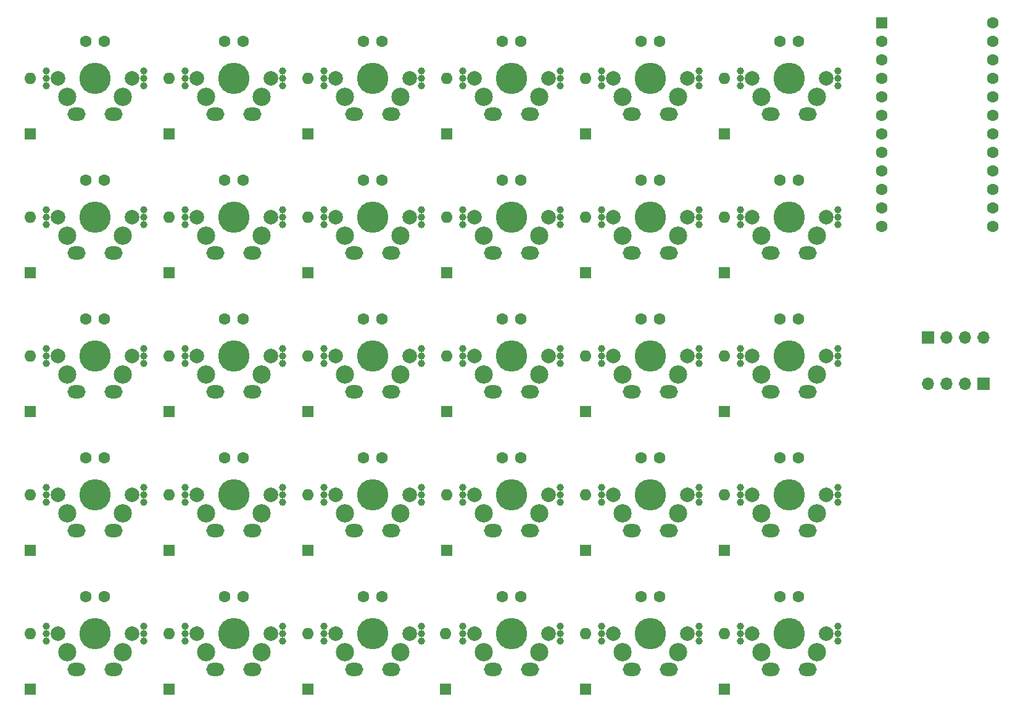
<source format=gbr>
%TF.GenerationSoftware,KiCad,Pcbnew,(5.1.9)-1*%
%TF.CreationDate,2021-03-27T16:35:30+07:00*%
%TF.ProjectId,LetsSplit256,4c657473-5370-46c6-9974-3235362e6b69,rev?*%
%TF.SameCoordinates,Original*%
%TF.FileFunction,Soldermask,Top*%
%TF.FilePolarity,Negative*%
%FSLAX46Y46*%
G04 Gerber Fmt 4.6, Leading zero omitted, Abs format (unit mm)*
G04 Created by KiCad (PCBNEW (5.1.9)-1) date 2021-03-27 16:35:30*
%MOMM*%
%LPD*%
G01*
G04 APERTURE LIST*
%ADD10O,1.700000X1.700000*%
%ADD11R,1.700000X1.700000*%
%ADD12C,1.000000*%
%ADD13O,2.500000X1.800000*%
%ADD14C,2.500000*%
%ADD15C,2.000000*%
%ADD16C,4.300000*%
%ADD17C,1.600000*%
%ADD18R,1.600000X1.600000*%
%ADD19O,1.600000X1.600000*%
G04 APERTURE END LIST*
D10*
%TO.C,JL1*%
X157480000Y-81280000D03*
X154940000Y-81280000D03*
X152400000Y-81280000D03*
D11*
X149860000Y-81280000D03*
%TD*%
D10*
%TO.C,JL2*%
X149860000Y-87630000D03*
X152400000Y-87630000D03*
X154940000Y-87630000D03*
D11*
X157480000Y-87630000D03*
%TD*%
D12*
%TO.C,KLZ1*%
X47910000Y-101870000D03*
X47910000Y-103870000D03*
X47910000Y-102870000D03*
D13*
X57150000Y-107746800D03*
D14*
X50800000Y-105410000D03*
D13*
X52070000Y-107746800D03*
D14*
X58420000Y-105410000D03*
D15*
X49530000Y-102870000D03*
X59690000Y-102870000D03*
D16*
X54610000Y-102870000D03*
D12*
X61310000Y-102870000D03*
X61310000Y-101870000D03*
X61310000Y-103870000D03*
D17*
X55880000Y-97790000D03*
X53340000Y-97790000D03*
%TD*%
D12*
%TO.C,KLX1*%
X66960000Y-101870000D03*
X66960000Y-103870000D03*
X66960000Y-102870000D03*
D13*
X76200000Y-107746800D03*
D14*
X69850000Y-105410000D03*
D13*
X71120000Y-107746800D03*
D14*
X77470000Y-105410000D03*
D15*
X68580000Y-102870000D03*
X78740000Y-102870000D03*
D16*
X73660000Y-102870000D03*
D12*
X80360000Y-102870000D03*
X80360000Y-101870000D03*
X80360000Y-103870000D03*
D17*
X74930000Y-97790000D03*
X72390000Y-97790000D03*
%TD*%
D12*
%TO.C,KLW1*%
X66960000Y-63770000D03*
X66960000Y-65770000D03*
X66960000Y-64770000D03*
D13*
X76200000Y-69646800D03*
D14*
X69850000Y-67310000D03*
D13*
X71120000Y-69646800D03*
D14*
X77470000Y-67310000D03*
D15*
X68580000Y-64770000D03*
X78740000Y-64770000D03*
D16*
X73660000Y-64770000D03*
D12*
X80360000Y-64770000D03*
X80360000Y-63770000D03*
X80360000Y-65770000D03*
D17*
X74930000Y-59690000D03*
X72390000Y-59690000D03*
%TD*%
D12*
%TO.C,KLV1*%
X105060000Y-101870000D03*
X105060000Y-103870000D03*
X105060000Y-102870000D03*
D13*
X114300000Y-107746800D03*
D14*
X107950000Y-105410000D03*
D13*
X109220000Y-107746800D03*
D14*
X115570000Y-105410000D03*
D15*
X106680000Y-102870000D03*
X116840000Y-102870000D03*
D16*
X111760000Y-102870000D03*
D12*
X118460000Y-102870000D03*
X118460000Y-101870000D03*
X118460000Y-103870000D03*
D17*
X113030000Y-97790000D03*
X110490000Y-97790000D03*
%TD*%
D12*
%TO.C,KLR1*%
X105060000Y-63770000D03*
X105060000Y-65770000D03*
X105060000Y-64770000D03*
D13*
X114300000Y-69646800D03*
D14*
X107950000Y-67310000D03*
D13*
X109220000Y-69646800D03*
D14*
X115570000Y-67310000D03*
D15*
X106680000Y-64770000D03*
X116840000Y-64770000D03*
D16*
X111760000Y-64770000D03*
D12*
X118460000Y-64770000D03*
X118460000Y-63770000D03*
X118460000Y-65770000D03*
D17*
X113030000Y-59690000D03*
X110490000Y-59690000D03*
%TD*%
D12*
%TO.C,KLQ1*%
X47910000Y-63770000D03*
X47910000Y-65770000D03*
X47910000Y-64770000D03*
D13*
X57150000Y-69646800D03*
D14*
X50800000Y-67310000D03*
D13*
X52070000Y-69646800D03*
D14*
X58420000Y-67310000D03*
D15*
X49530000Y-64770000D03*
X59690000Y-64770000D03*
D16*
X54610000Y-64770000D03*
D12*
X61310000Y-64770000D03*
X61310000Y-63770000D03*
X61310000Y-65770000D03*
D17*
X55880000Y-59690000D03*
X53340000Y-59690000D03*
%TD*%
D12*
%TO.C,KLFunc65*%
X124110000Y-120920000D03*
X124110000Y-122920000D03*
X124110000Y-121920000D03*
D13*
X133350000Y-126796800D03*
D14*
X127000000Y-124460000D03*
D13*
X128270000Y-126796800D03*
D14*
X134620000Y-124460000D03*
D15*
X125730000Y-121920000D03*
X135890000Y-121920000D03*
D16*
X130810000Y-121920000D03*
D12*
X137510000Y-121920000D03*
X137510000Y-120920000D03*
X137510000Y-122920000D03*
D17*
X132080000Y-116840000D03*
X129540000Y-116840000D03*
%TD*%
D12*
%TO.C,KLFunc55*%
X105060000Y-120920000D03*
X105060000Y-122920000D03*
X105060000Y-121920000D03*
D13*
X114300000Y-126796800D03*
D14*
X107950000Y-124460000D03*
D13*
X109220000Y-126796800D03*
D14*
X115570000Y-124460000D03*
D15*
X106680000Y-121920000D03*
X116840000Y-121920000D03*
D16*
X111760000Y-121920000D03*
D12*
X118460000Y-121920000D03*
X118460000Y-120920000D03*
X118460000Y-122920000D03*
D17*
X113030000Y-116840000D03*
X110490000Y-116840000D03*
%TD*%
D12*
%TO.C,KLFunc35*%
X66960000Y-120920000D03*
X66960000Y-122920000D03*
X66960000Y-121920000D03*
D13*
X76200000Y-126796800D03*
D14*
X69850000Y-124460000D03*
D13*
X71120000Y-126796800D03*
D14*
X77470000Y-124460000D03*
D15*
X68580000Y-121920000D03*
X78740000Y-121920000D03*
D16*
X73660000Y-121920000D03*
D12*
X80360000Y-121920000D03*
X80360000Y-120920000D03*
X80360000Y-122920000D03*
D17*
X74930000Y-116840000D03*
X72390000Y-116840000D03*
%TD*%
D12*
%TO.C,KLFunc25*%
X47910000Y-120920000D03*
X47910000Y-122920000D03*
X47910000Y-121920000D03*
D13*
X57150000Y-126796800D03*
D14*
X50800000Y-124460000D03*
D13*
X52070000Y-126796800D03*
D14*
X58420000Y-124460000D03*
D15*
X49530000Y-121920000D03*
X59690000Y-121920000D03*
D16*
X54610000Y-121920000D03*
D12*
X61310000Y-121920000D03*
X61310000Y-120920000D03*
X61310000Y-122920000D03*
D17*
X55880000Y-116840000D03*
X53340000Y-116840000D03*
%TD*%
D12*
%TO.C,KLFunc15*%
X28860000Y-120920000D03*
X28860000Y-122920000D03*
X28860000Y-121920000D03*
D13*
X38100000Y-126796800D03*
D14*
X31750000Y-124460000D03*
D13*
X33020000Y-126796800D03*
D14*
X39370000Y-124460000D03*
D15*
X30480000Y-121920000D03*
X40640000Y-121920000D03*
D16*
X35560000Y-121920000D03*
D12*
X42260000Y-121920000D03*
X42260000Y-120920000D03*
X42260000Y-122920000D03*
D17*
X36830000Y-116840000D03*
X34290000Y-116840000D03*
%TD*%
D12*
%TO.C,KLFunc14*%
X28860000Y-101870000D03*
X28860000Y-103870000D03*
X28860000Y-102870000D03*
D13*
X38100000Y-107746800D03*
D14*
X31750000Y-105410000D03*
D13*
X33020000Y-107746800D03*
D14*
X39370000Y-105410000D03*
D15*
X30480000Y-102870000D03*
X40640000Y-102870000D03*
D16*
X35560000Y-102870000D03*
D12*
X42260000Y-102870000D03*
X42260000Y-101870000D03*
X42260000Y-103870000D03*
D17*
X36830000Y-97790000D03*
X34290000Y-97790000D03*
%TD*%
D12*
%TO.C,KLFunc13*%
X28860000Y-82820000D03*
X28860000Y-84820000D03*
X28860000Y-83820000D03*
D13*
X38100000Y-88696800D03*
D14*
X31750000Y-86360000D03*
D13*
X33020000Y-88696800D03*
D14*
X39370000Y-86360000D03*
D15*
X30480000Y-83820000D03*
X40640000Y-83820000D03*
D16*
X35560000Y-83820000D03*
D12*
X42260000Y-83820000D03*
X42260000Y-82820000D03*
X42260000Y-84820000D03*
D17*
X36830000Y-78740000D03*
X34290000Y-78740000D03*
%TD*%
D12*
%TO.C,KLFunc12*%
X28860000Y-63770000D03*
X28860000Y-65770000D03*
X28860000Y-64770000D03*
D13*
X38100000Y-69646800D03*
D14*
X31750000Y-67310000D03*
D13*
X33020000Y-69646800D03*
D14*
X39370000Y-67310000D03*
D15*
X30480000Y-64770000D03*
X40640000Y-64770000D03*
D16*
X35560000Y-64770000D03*
D12*
X42260000Y-64770000D03*
X42260000Y-63770000D03*
X42260000Y-65770000D03*
D17*
X36830000Y-59690000D03*
X34290000Y-59690000D03*
%TD*%
D12*
%TO.C,KLFunc11*%
X28860000Y-44720000D03*
X28860000Y-46720000D03*
X28860000Y-45720000D03*
D13*
X38100000Y-50596800D03*
D14*
X31750000Y-48260000D03*
D13*
X33020000Y-50596800D03*
D14*
X39370000Y-48260000D03*
D15*
X30480000Y-45720000D03*
X40640000Y-45720000D03*
D16*
X35560000Y-45720000D03*
D12*
X42260000Y-45720000D03*
X42260000Y-44720000D03*
X42260000Y-46720000D03*
D17*
X36830000Y-40640000D03*
X34290000Y-40640000D03*
%TD*%
D12*
%TO.C,KLF1*%
X105060000Y-82820000D03*
X105060000Y-84820000D03*
X105060000Y-83820000D03*
D13*
X114300000Y-88696800D03*
D14*
X107950000Y-86360000D03*
D13*
X109220000Y-88696800D03*
D14*
X115570000Y-86360000D03*
D15*
X106680000Y-83820000D03*
X116840000Y-83820000D03*
D16*
X111760000Y-83820000D03*
D12*
X118460000Y-83820000D03*
X118460000Y-82820000D03*
X118460000Y-84820000D03*
D17*
X113030000Y-78740000D03*
X110490000Y-78740000D03*
%TD*%
D12*
%TO.C,KLE1*%
X86010000Y-63770000D03*
X86010000Y-65770000D03*
X86010000Y-64770000D03*
D13*
X95250000Y-69646800D03*
D14*
X88900000Y-67310000D03*
D13*
X90170000Y-69646800D03*
D14*
X96520000Y-67310000D03*
D15*
X87630000Y-64770000D03*
X97790000Y-64770000D03*
D16*
X92710000Y-64770000D03*
D12*
X99410000Y-64770000D03*
X99410000Y-63770000D03*
X99410000Y-65770000D03*
D17*
X93980000Y-59690000D03*
X91440000Y-59690000D03*
%TD*%
D12*
%TO.C,KLD1*%
X86010000Y-82820000D03*
X86010000Y-84820000D03*
X86010000Y-83820000D03*
D13*
X95250000Y-88696800D03*
D14*
X88900000Y-86360000D03*
D13*
X90170000Y-88696800D03*
D14*
X96520000Y-86360000D03*
D15*
X87630000Y-83820000D03*
X97790000Y-83820000D03*
D16*
X92710000Y-83820000D03*
D12*
X99410000Y-83820000D03*
X99410000Y-82820000D03*
X99410000Y-84820000D03*
D17*
X93980000Y-78740000D03*
X91440000Y-78740000D03*
%TD*%
D12*
%TO.C,KLC1*%
X86010000Y-101870000D03*
X86010000Y-103870000D03*
X86010000Y-102870000D03*
D13*
X95250000Y-107746800D03*
D14*
X88900000Y-105410000D03*
D13*
X90170000Y-107746800D03*
D14*
X96520000Y-105410000D03*
D15*
X87630000Y-102870000D03*
X97790000Y-102870000D03*
D16*
X92710000Y-102870000D03*
D12*
X99410000Y-102870000D03*
X99410000Y-101870000D03*
X99410000Y-103870000D03*
D17*
X93980000Y-97790000D03*
X91440000Y-97790000D03*
%TD*%
D12*
%TO.C,KLB1*%
X124110000Y-101870000D03*
X124110000Y-103870000D03*
X124110000Y-102870000D03*
D13*
X133350000Y-107746800D03*
D14*
X127000000Y-105410000D03*
D13*
X128270000Y-107746800D03*
D14*
X134620000Y-105410000D03*
D15*
X125730000Y-102870000D03*
X135890000Y-102870000D03*
D16*
X130810000Y-102870000D03*
D12*
X137510000Y-102870000D03*
X137510000Y-101870000D03*
X137510000Y-103870000D03*
D17*
X132080000Y-97790000D03*
X129540000Y-97790000D03*
%TD*%
D12*
%TO.C,KLA1*%
X47910000Y-82820000D03*
X47910000Y-84820000D03*
X47910000Y-83820000D03*
D13*
X57150000Y-88696800D03*
D14*
X50800000Y-86360000D03*
D13*
X52070000Y-88696800D03*
D14*
X58420000Y-86360000D03*
D15*
X49530000Y-83820000D03*
X59690000Y-83820000D03*
D16*
X54610000Y-83820000D03*
D12*
X61310000Y-83820000D03*
X61310000Y-82820000D03*
X61310000Y-84820000D03*
D17*
X55880000Y-78740000D03*
X53340000Y-78740000D03*
%TD*%
D12*
%TO.C,KL4*%
X105060000Y-44720000D03*
X105060000Y-46720000D03*
X105060000Y-45720000D03*
D13*
X114300000Y-50596800D03*
D14*
X107950000Y-48260000D03*
D13*
X109220000Y-50596800D03*
D14*
X115570000Y-48260000D03*
D15*
X106680000Y-45720000D03*
X116840000Y-45720000D03*
D16*
X111760000Y-45720000D03*
D12*
X118460000Y-45720000D03*
X118460000Y-44720000D03*
X118460000Y-46720000D03*
D17*
X113030000Y-40640000D03*
X110490000Y-40640000D03*
%TD*%
D12*
%TO.C,KL3*%
X86010000Y-44720000D03*
X86010000Y-46720000D03*
X86010000Y-45720000D03*
D13*
X95250000Y-50596800D03*
D14*
X88900000Y-48260000D03*
D13*
X90170000Y-50596800D03*
D14*
X96520000Y-48260000D03*
D15*
X87630000Y-45720000D03*
X97790000Y-45720000D03*
D16*
X92710000Y-45720000D03*
D12*
X99410000Y-45720000D03*
X99410000Y-44720000D03*
X99410000Y-46720000D03*
D17*
X93980000Y-40640000D03*
X91440000Y-40640000D03*
%TD*%
D12*
%TO.C,KL2*%
X66960000Y-44720000D03*
X66960000Y-46720000D03*
X66960000Y-45720000D03*
D13*
X76200000Y-50596800D03*
D14*
X69850000Y-48260000D03*
D13*
X71120000Y-50596800D03*
D14*
X77470000Y-48260000D03*
D15*
X68580000Y-45720000D03*
X78740000Y-45720000D03*
D16*
X73660000Y-45720000D03*
D12*
X80360000Y-45720000D03*
X80360000Y-44720000D03*
X80360000Y-46720000D03*
D17*
X74930000Y-40640000D03*
X72390000Y-40640000D03*
%TD*%
D12*
%TO.C,KL1*%
X47910000Y-44720000D03*
X47910000Y-46720000D03*
X47910000Y-45720000D03*
D13*
X57150000Y-50596800D03*
D14*
X50800000Y-48260000D03*
D13*
X52070000Y-50596800D03*
D14*
X58420000Y-48260000D03*
D15*
X49530000Y-45720000D03*
X59690000Y-45720000D03*
D16*
X54610000Y-45720000D03*
D12*
X61310000Y-45720000D03*
X61310000Y-44720000D03*
X61310000Y-46720000D03*
D17*
X55880000Y-40640000D03*
X53340000Y-40640000D03*
%TD*%
D12*
%TO.C,KLS1*%
X66960000Y-82820000D03*
X66960000Y-84820000D03*
X66960000Y-83820000D03*
D13*
X76200000Y-88696800D03*
D14*
X69850000Y-86360000D03*
D13*
X71120000Y-88696800D03*
D14*
X77470000Y-86360000D03*
D15*
X68580000Y-83820000D03*
X78740000Y-83820000D03*
D16*
X73660000Y-83820000D03*
D12*
X80360000Y-83820000D03*
X80360000Y-82820000D03*
X80360000Y-84820000D03*
D17*
X74930000Y-78740000D03*
X72390000Y-78740000D03*
%TD*%
D12*
%TO.C,KLFunc45*%
X86010000Y-120920000D03*
X86010000Y-122920000D03*
X86010000Y-121920000D03*
D13*
X95250000Y-126796800D03*
D14*
X88900000Y-124460000D03*
D13*
X90170000Y-126796800D03*
D14*
X96520000Y-124460000D03*
D15*
X87630000Y-121920000D03*
X97790000Y-121920000D03*
D16*
X92710000Y-121920000D03*
D12*
X99410000Y-121920000D03*
X99410000Y-120920000D03*
X99410000Y-122920000D03*
D17*
X93980000Y-116840000D03*
X91440000Y-116840000D03*
%TD*%
D12*
%TO.C,KLT1*%
X124110000Y-63770000D03*
X124110000Y-65770000D03*
X124110000Y-64770000D03*
D13*
X133350000Y-69646800D03*
D14*
X127000000Y-67310000D03*
D13*
X128270000Y-69646800D03*
D14*
X134620000Y-67310000D03*
D15*
X125730000Y-64770000D03*
X135890000Y-64770000D03*
D16*
X130810000Y-64770000D03*
D12*
X137510000Y-64770000D03*
X137510000Y-63770000D03*
X137510000Y-65770000D03*
D17*
X132080000Y-59690000D03*
X129540000Y-59690000D03*
%TD*%
D12*
%TO.C,KL5*%
X124110000Y-44720000D03*
X124110000Y-46720000D03*
X124110000Y-45720000D03*
D13*
X133350000Y-50596800D03*
D14*
X127000000Y-48260000D03*
D13*
X128270000Y-50596800D03*
D14*
X134620000Y-48260000D03*
D15*
X125730000Y-45720000D03*
X135890000Y-45720000D03*
D16*
X130810000Y-45720000D03*
D12*
X137510000Y-45720000D03*
X137510000Y-44720000D03*
X137510000Y-46720000D03*
D17*
X132080000Y-40640000D03*
X129540000Y-40640000D03*
%TD*%
D12*
%TO.C,KLG1*%
X124110000Y-82820000D03*
X124110000Y-84820000D03*
X124110000Y-83820000D03*
D13*
X133350000Y-88696800D03*
D14*
X127000000Y-86360000D03*
D13*
X128270000Y-88696800D03*
D14*
X134620000Y-86360000D03*
D15*
X125730000Y-83820000D03*
X135890000Y-83820000D03*
D16*
X130810000Y-83820000D03*
D12*
X137510000Y-83820000D03*
X137510000Y-82820000D03*
X137510000Y-84820000D03*
D17*
X132080000Y-78740000D03*
X129540000Y-78740000D03*
%TD*%
D18*
%TO.C,DL65*%
X121920000Y-129540000D03*
D19*
X121920000Y-121920000D03*
%TD*%
%TO.C,DL64*%
X121920000Y-102870000D03*
D18*
X121920000Y-110490000D03*
%TD*%
%TO.C,DL63*%
X121920000Y-91440000D03*
D19*
X121920000Y-83820000D03*
%TD*%
D18*
%TO.C,DL62*%
X121920000Y-72390000D03*
D19*
X121920000Y-64770000D03*
%TD*%
D18*
%TO.C,DL61*%
X121920000Y-53340000D03*
D19*
X121920000Y-45720000D03*
%TD*%
%TO.C,DL55*%
X102870000Y-121920000D03*
D18*
X102870000Y-129540000D03*
%TD*%
%TO.C,DL54*%
X102870000Y-110490000D03*
D19*
X102870000Y-102870000D03*
%TD*%
%TO.C,DL53*%
X102870000Y-83820000D03*
D18*
X102870000Y-91440000D03*
%TD*%
D19*
%TO.C,DL52*%
X102870000Y-64770000D03*
D18*
X102870000Y-72390000D03*
%TD*%
D19*
%TO.C,DL51*%
X102870000Y-45720000D03*
D18*
X102870000Y-53340000D03*
%TD*%
%TO.C,DL45*%
X83615001Y-129540000D03*
D19*
X83615001Y-121920000D03*
%TD*%
%TO.C,DL44*%
X83820000Y-102870000D03*
D18*
X83820000Y-110490000D03*
%TD*%
%TO.C,DL43*%
X83820000Y-91440000D03*
D19*
X83820000Y-83820000D03*
%TD*%
D18*
%TO.C,DL42*%
X83820000Y-72390000D03*
D19*
X83820000Y-64770000D03*
%TD*%
D18*
%TO.C,DL41*%
X83820000Y-53340000D03*
D19*
X83820000Y-45720000D03*
%TD*%
%TO.C,DL35*%
X64770000Y-121920000D03*
D18*
X64770000Y-129540000D03*
%TD*%
%TO.C,DL34*%
X64770000Y-110490000D03*
D19*
X64770000Y-102870000D03*
%TD*%
%TO.C,DL33*%
X64770000Y-83820000D03*
D18*
X64770000Y-91440000D03*
%TD*%
D19*
%TO.C,DL32*%
X64770000Y-64770000D03*
D18*
X64770000Y-72390000D03*
%TD*%
D19*
%TO.C,DL31*%
X64770000Y-45720000D03*
D18*
X64770000Y-53340000D03*
%TD*%
%TO.C,DL25*%
X45720000Y-129540000D03*
D19*
X45720000Y-121920000D03*
%TD*%
%TO.C,DL24*%
X45720000Y-102870000D03*
D18*
X45720000Y-110490000D03*
%TD*%
%TO.C,DL23*%
X45720000Y-91440000D03*
D19*
X45720000Y-83820000D03*
%TD*%
%TO.C,DL22*%
X45720000Y-64770000D03*
D18*
X45720000Y-72390000D03*
%TD*%
%TO.C,DL21*%
X45720000Y-53340000D03*
D19*
X45720000Y-45720000D03*
%TD*%
%TO.C,DL15*%
X26670000Y-121920000D03*
D18*
X26670000Y-129540000D03*
%TD*%
D19*
%TO.C,DL14*%
X26670000Y-102870000D03*
D18*
X26670000Y-110490000D03*
%TD*%
%TO.C,DL13*%
X26670000Y-91440000D03*
D19*
X26670000Y-83820000D03*
%TD*%
D18*
%TO.C,DL12*%
X26670000Y-72390000D03*
D19*
X26670000Y-64770000D03*
%TD*%
%TO.C,DL11*%
X26670000Y-45720000D03*
D18*
X26670000Y-53340000D03*
%TD*%
D17*
%TO.C,U1*%
X158750000Y-38100000D03*
X158750000Y-40640000D03*
X158750000Y-43180000D03*
X158750000Y-45720000D03*
X158750000Y-48260000D03*
X158750000Y-50800000D03*
X158750000Y-53340000D03*
X158750000Y-55880000D03*
X158750000Y-58420000D03*
X158750000Y-60960000D03*
X158750000Y-63500000D03*
X158750000Y-66040000D03*
X143510000Y-66040000D03*
X143510000Y-63500000D03*
X143510000Y-60960000D03*
X143510000Y-58420000D03*
X143510000Y-55880000D03*
X143510000Y-53340000D03*
X143510000Y-50800000D03*
X143510000Y-48260000D03*
X143510000Y-45720000D03*
X143510000Y-43180000D03*
X143510000Y-40640000D03*
D18*
X143510000Y-38100000D03*
%TD*%
M02*

</source>
